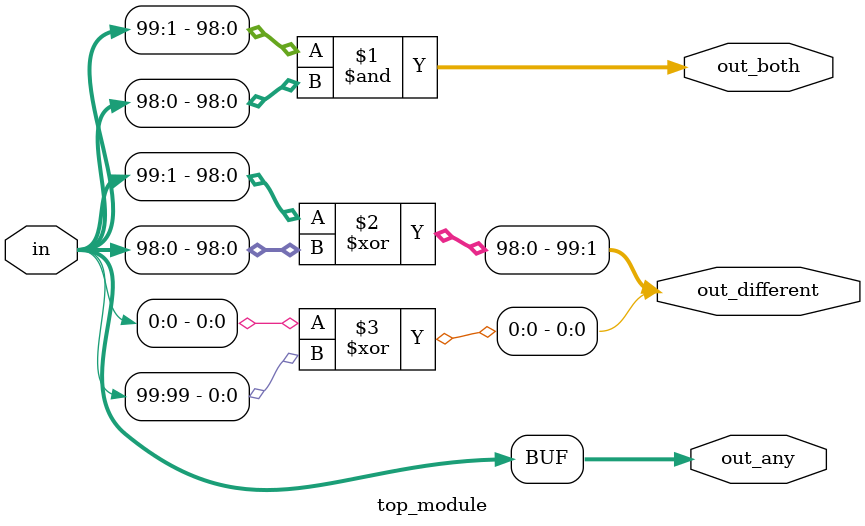
<source format=sv>
module top_module (
    input [99:0] in,
    output [98:0] out_both,
    output [99:0] out_any,
    output [99:0] out_different
);

    // Generate out_both
    assign out_both = in[99:1] & in[98:0];

    // Generate out_any
    assign out_any = in[99:0];

    // Generate out_different
    assign out_different[99:1] = in[99:1] ^ in[98:0];
    assign out_different[0] = in[0] ^ in[99];

endmodule

</source>
